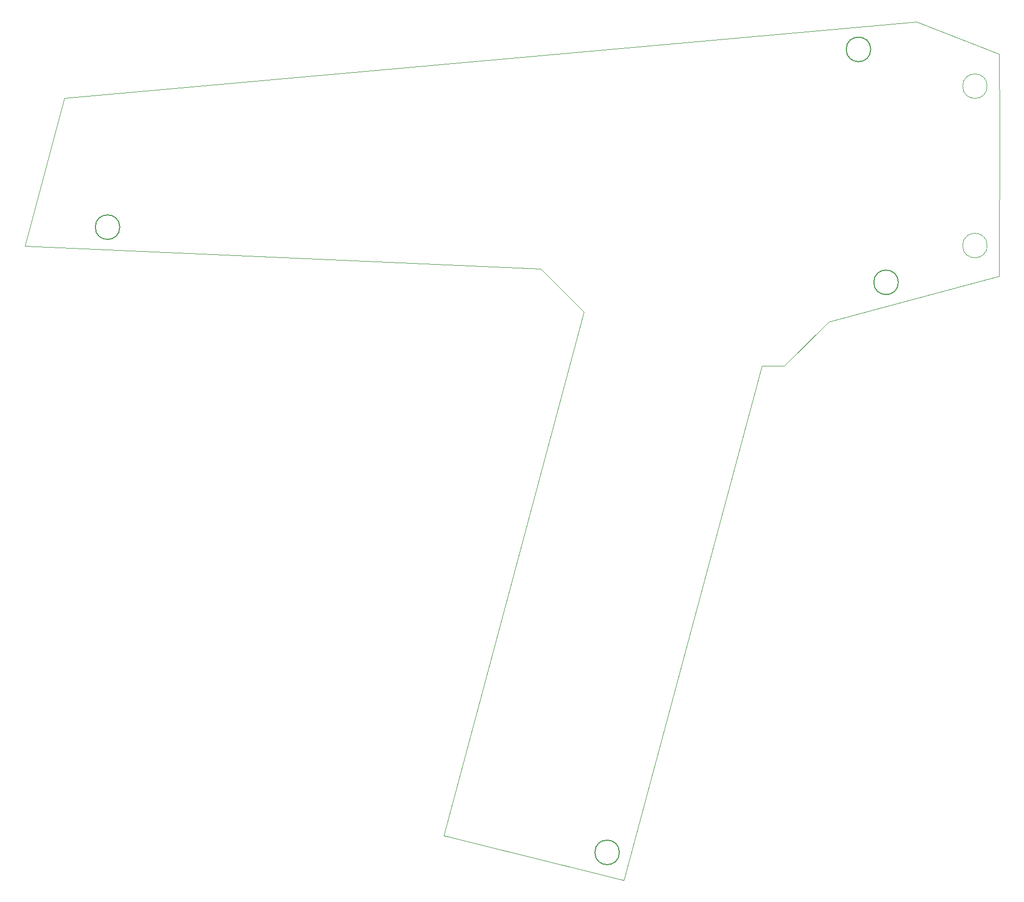
<source format=gm1>
G04 #@! TF.GenerationSoftware,KiCad,Pcbnew,(6.0.5-0)*
G04 #@! TF.CreationDate,2022-11-26T13:27:53+01:00*
G04 #@! TF.ProjectId,Phazor,5068617a-6f72-42e6-9b69-6361645f7063,rev?*
G04 #@! TF.SameCoordinates,Original*
G04 #@! TF.FileFunction,Profile,NP*
%FSLAX46Y46*%
G04 Gerber Fmt 4.6, Leading zero omitted, Abs format (unit mm)*
G04 Created by KiCad (PCBNEW (6.0.5-0)) date 2022-11-26 13:27:53*
%MOMM*%
%LPD*%
G01*
G04 APERTURE LIST*
G04 #@! TA.AperFunction,Profile*
%ADD10C,0.100000*%
G04 #@! TD*
G04 #@! TA.AperFunction,Profile*
%ADD11C,0.150000*%
G04 #@! TD*
G04 APERTURE END LIST*
D10*
X153163636Y-60338934D02*
X153163636Y-60338934D01*
X137271279Y-152822088D02*
X137271302Y-152822073D01*
X227966233Y-36764791D02*
X227966233Y-36764791D01*
X160190537Y-67365850D02*
X160190537Y-67365850D01*
X214419663Y-20007002D02*
X214419663Y-20007002D01*
X137271302Y-152822073D02*
X166704636Y-160085958D01*
X153163636Y-60338934D02*
X160190537Y-67365850D01*
X227883439Y-61511694D02*
X227966233Y-36764791D01*
X68940808Y-56617483D02*
X68940808Y-56617483D01*
X227966233Y-36764791D02*
X227914536Y-25273825D01*
X75414323Y-32457983D02*
X68940808Y-56617483D01*
X227914536Y-25273825D02*
X227914536Y-25273825D01*
X160190537Y-67365850D02*
X137271279Y-152822088D01*
X189176926Y-76218191D02*
X189176926Y-76218191D01*
X189176926Y-76218191D02*
X192831651Y-76218191D01*
X200091264Y-68958578D02*
X227883439Y-61511694D01*
X75414323Y-32457983D02*
X75414323Y-32457983D01*
X166704636Y-160085958D02*
X166704636Y-160085958D01*
D11*
X211453520Y-62546480D02*
G75*
G03*
X211453520Y-62546480I-2000000J0D01*
G01*
X165953520Y-155546480D02*
G75*
G03*
X165953520Y-155546480I-2000000J0D01*
G01*
D10*
X225953520Y-56546480D02*
G75*
G03*
X225953520Y-56546480I-2000000J0D01*
G01*
D11*
X84453520Y-53546480D02*
G75*
G03*
X84453520Y-53546480I-2000000J0D01*
G01*
D10*
X227883439Y-61511694D02*
X227883439Y-61511694D01*
X200091264Y-68958578D02*
X200091264Y-68958578D01*
X192831651Y-76218191D02*
X192831651Y-76218191D01*
X166704636Y-160085958D02*
X189176926Y-76218191D01*
X192831651Y-76218191D02*
X200091264Y-68958578D01*
X68940808Y-56617483D02*
X153163636Y-60338934D01*
X137271279Y-152822088D02*
X137271279Y-152822088D01*
X225953520Y-30546480D02*
G75*
G03*
X225953520Y-30546480I-2000000J0D01*
G01*
D11*
X206953520Y-24546480D02*
G75*
G03*
X206953520Y-24546480I-2000000J0D01*
G01*
D10*
X214419663Y-20007002D02*
X75414323Y-32457983D01*
X227914536Y-25273825D02*
X214419663Y-20007002D01*
M02*

</source>
